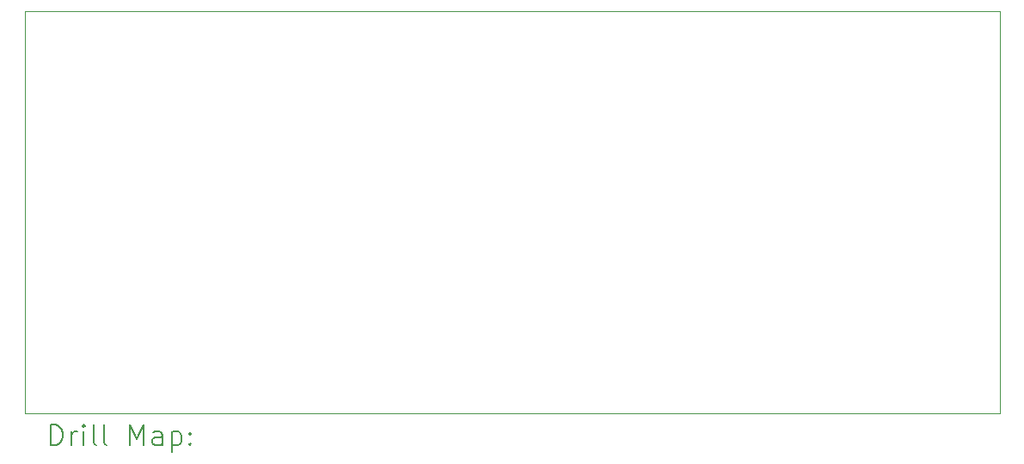
<source format=gbr>
%TF.GenerationSoftware,KiCad,Pcbnew,8.0.3*%
%TF.CreationDate,2024-10-19T22:41:11-05:00*%
%TF.ProjectId,G1 RGB Mod Board,47312052-4742-4204-9d6f-6420426f6172,rev?*%
%TF.SameCoordinates,Original*%
%TF.FileFunction,Drillmap*%
%TF.FilePolarity,Positive*%
%FSLAX45Y45*%
G04 Gerber Fmt 4.5, Leading zero omitted, Abs format (unit mm)*
G04 Created by KiCad (PCBNEW 8.0.3) date 2024-10-19 22:41:11*
%MOMM*%
%LPD*%
G01*
G04 APERTURE LIST*
%ADD10C,0.050000*%
%ADD11C,0.200000*%
G04 APERTURE END LIST*
D10*
X1371600Y-1394800D02*
X10972800Y-1393600D01*
X10972800Y-5356000D02*
X1371600Y-5356000D01*
X1371600Y-1394800D02*
X1371600Y-5356000D01*
X10972800Y-1393600D02*
X10972800Y-5356000D01*
D11*
X1629877Y-5669984D02*
X1629877Y-5469984D01*
X1629877Y-5469984D02*
X1677496Y-5469984D01*
X1677496Y-5469984D02*
X1706067Y-5479508D01*
X1706067Y-5479508D02*
X1725115Y-5498555D01*
X1725115Y-5498555D02*
X1734639Y-5517603D01*
X1734639Y-5517603D02*
X1744162Y-5555698D01*
X1744162Y-5555698D02*
X1744162Y-5584270D01*
X1744162Y-5584270D02*
X1734639Y-5622365D01*
X1734639Y-5622365D02*
X1725115Y-5641412D01*
X1725115Y-5641412D02*
X1706067Y-5660460D01*
X1706067Y-5660460D02*
X1677496Y-5669984D01*
X1677496Y-5669984D02*
X1629877Y-5669984D01*
X1829877Y-5669984D02*
X1829877Y-5536650D01*
X1829877Y-5574746D02*
X1839401Y-5555698D01*
X1839401Y-5555698D02*
X1848924Y-5546174D01*
X1848924Y-5546174D02*
X1867972Y-5536650D01*
X1867972Y-5536650D02*
X1887020Y-5536650D01*
X1953686Y-5669984D02*
X1953686Y-5536650D01*
X1953686Y-5469984D02*
X1944162Y-5479508D01*
X1944162Y-5479508D02*
X1953686Y-5489031D01*
X1953686Y-5489031D02*
X1963210Y-5479508D01*
X1963210Y-5479508D02*
X1953686Y-5469984D01*
X1953686Y-5469984D02*
X1953686Y-5489031D01*
X2077496Y-5669984D02*
X2058448Y-5660460D01*
X2058448Y-5660460D02*
X2048924Y-5641412D01*
X2048924Y-5641412D02*
X2048924Y-5469984D01*
X2182258Y-5669984D02*
X2163210Y-5660460D01*
X2163210Y-5660460D02*
X2153686Y-5641412D01*
X2153686Y-5641412D02*
X2153686Y-5469984D01*
X2410829Y-5669984D02*
X2410829Y-5469984D01*
X2410829Y-5469984D02*
X2477496Y-5612841D01*
X2477496Y-5612841D02*
X2544163Y-5469984D01*
X2544163Y-5469984D02*
X2544163Y-5669984D01*
X2725115Y-5669984D02*
X2725115Y-5565222D01*
X2725115Y-5565222D02*
X2715591Y-5546174D01*
X2715591Y-5546174D02*
X2696544Y-5536650D01*
X2696544Y-5536650D02*
X2658448Y-5536650D01*
X2658448Y-5536650D02*
X2639401Y-5546174D01*
X2725115Y-5660460D02*
X2706067Y-5669984D01*
X2706067Y-5669984D02*
X2658448Y-5669984D01*
X2658448Y-5669984D02*
X2639401Y-5660460D01*
X2639401Y-5660460D02*
X2629877Y-5641412D01*
X2629877Y-5641412D02*
X2629877Y-5622365D01*
X2629877Y-5622365D02*
X2639401Y-5603317D01*
X2639401Y-5603317D02*
X2658448Y-5593793D01*
X2658448Y-5593793D02*
X2706067Y-5593793D01*
X2706067Y-5593793D02*
X2725115Y-5584270D01*
X2820353Y-5536650D02*
X2820353Y-5736650D01*
X2820353Y-5546174D02*
X2839401Y-5536650D01*
X2839401Y-5536650D02*
X2877496Y-5536650D01*
X2877496Y-5536650D02*
X2896543Y-5546174D01*
X2896543Y-5546174D02*
X2906067Y-5555698D01*
X2906067Y-5555698D02*
X2915591Y-5574746D01*
X2915591Y-5574746D02*
X2915591Y-5631888D01*
X2915591Y-5631888D02*
X2906067Y-5650936D01*
X2906067Y-5650936D02*
X2896543Y-5660460D01*
X2896543Y-5660460D02*
X2877496Y-5669984D01*
X2877496Y-5669984D02*
X2839401Y-5669984D01*
X2839401Y-5669984D02*
X2820353Y-5660460D01*
X3001305Y-5650936D02*
X3010829Y-5660460D01*
X3010829Y-5660460D02*
X3001305Y-5669984D01*
X3001305Y-5669984D02*
X2991782Y-5660460D01*
X2991782Y-5660460D02*
X3001305Y-5650936D01*
X3001305Y-5650936D02*
X3001305Y-5669984D01*
X3001305Y-5546174D02*
X3010829Y-5555698D01*
X3010829Y-5555698D02*
X3001305Y-5565222D01*
X3001305Y-5565222D02*
X2991782Y-5555698D01*
X2991782Y-5555698D02*
X3001305Y-5546174D01*
X3001305Y-5546174D02*
X3001305Y-5565222D01*
M02*

</source>
